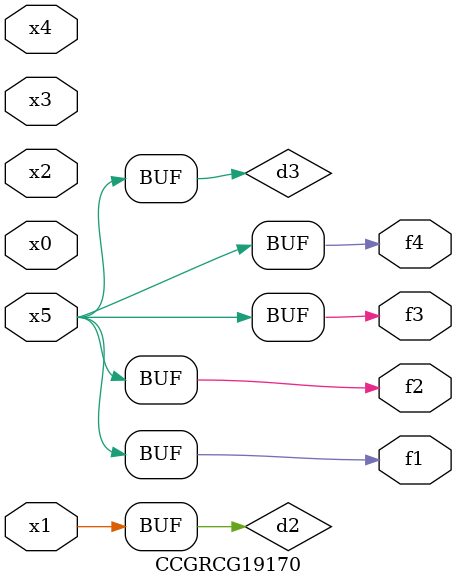
<source format=v>
module CCGRCG19170(
	input x0, x1, x2, x3, x4, x5,
	output f1, f2, f3, f4
);

	wire d1, d2, d3;

	not (d1, x5);
	or (d2, x1);
	xnor (d3, d1);
	assign f1 = d3;
	assign f2 = d3;
	assign f3 = d3;
	assign f4 = d3;
endmodule

</source>
